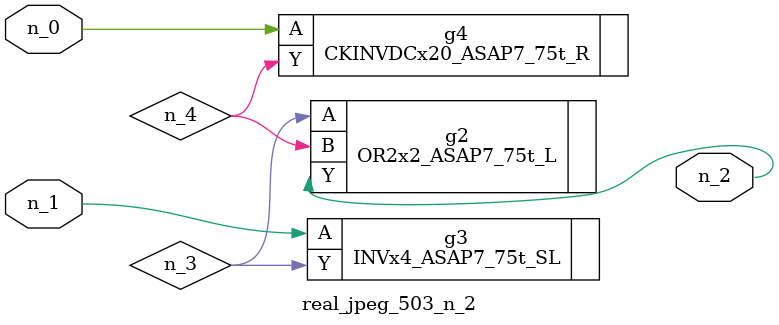
<source format=v>
module real_jpeg_503_n_2 (n_1, n_0, n_2);

input n_1;
input n_0;

output n_2;

wire n_4;
wire n_3;

CKINVDCx20_ASAP7_75t_R g4 ( 
.A(n_0),
.Y(n_4)
);

INVx4_ASAP7_75t_SL g3 ( 
.A(n_1),
.Y(n_3)
);

OR2x2_ASAP7_75t_L g2 ( 
.A(n_3),
.B(n_4),
.Y(n_2)
);


endmodule
</source>
